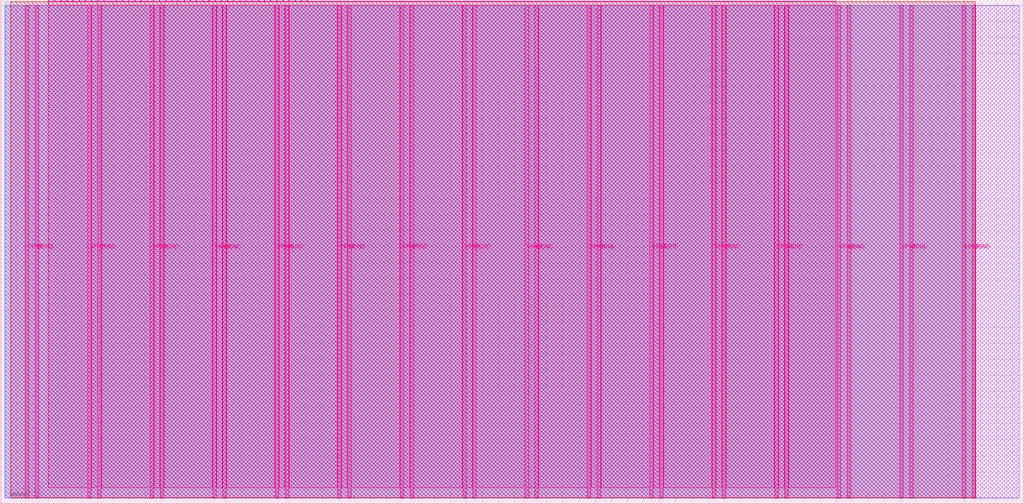
<source format=lef>
VERSION 5.7 ;
  NOWIREEXTENSIONATPIN ON ;
  DIVIDERCHAR "/" ;
  BUSBITCHARS "[]" ;
MACRO tt_um_larva
  CLASS BLOCK ;
  FOREIGN tt_um_larva ;
  ORIGIN 0.000 0.000 ;
  SIZE 636.960 BY 313.740 ;
  PIN VGND
    DIRECTION INOUT ;
    USE GROUND ;
    PORT
      LAYER Metal5 ;
        RECT 21.580 3.560 23.780 310.180 ;
    END
    PORT
      LAYER Metal5 ;
        RECT 60.450 3.560 62.650 310.180 ;
    END
    PORT
      LAYER Metal5 ;
        RECT 99.320 3.560 101.520 310.180 ;
    END
    PORT
      LAYER Metal5 ;
        RECT 138.190 3.560 140.390 310.180 ;
    END
    PORT
      LAYER Metal5 ;
        RECT 177.060 3.560 179.260 310.180 ;
    END
    PORT
      LAYER Metal5 ;
        RECT 215.930 3.560 218.130 310.180 ;
    END
    PORT
      LAYER Metal5 ;
        RECT 254.800 3.560 257.000 310.180 ;
    END
    PORT
      LAYER Metal5 ;
        RECT 293.670 3.560 295.870 310.180 ;
    END
    PORT
      LAYER Metal5 ;
        RECT 332.540 3.560 334.740 310.180 ;
    END
    PORT
      LAYER Metal5 ;
        RECT 371.410 3.560 373.610 310.180 ;
    END
    PORT
      LAYER Metal5 ;
        RECT 410.280 3.560 412.480 310.180 ;
    END
    PORT
      LAYER Metal5 ;
        RECT 449.150 3.560 451.350 310.180 ;
    END
    PORT
      LAYER Metal5 ;
        RECT 488.020 3.560 490.220 310.180 ;
    END
    PORT
      LAYER Metal5 ;
        RECT 526.890 3.560 529.090 310.180 ;
    END
    PORT
      LAYER Metal5 ;
        RECT 565.760 3.560 567.960 310.180 ;
    END
    PORT
      LAYER Metal5 ;
        RECT 604.630 3.560 606.830 310.180 ;
    END
  END VGND
  PIN VPWR
    DIRECTION INOUT ;
    USE POWER ;
    PORT
      LAYER Metal5 ;
        RECT 15.380 3.560 17.580 310.180 ;
    END
    PORT
      LAYER Metal5 ;
        RECT 54.250 3.560 56.450 310.180 ;
    END
    PORT
      LAYER Metal5 ;
        RECT 93.120 3.560 95.320 310.180 ;
    END
    PORT
      LAYER Metal5 ;
        RECT 131.990 3.560 134.190 310.180 ;
    END
    PORT
      LAYER Metal5 ;
        RECT 170.860 3.560 173.060 310.180 ;
    END
    PORT
      LAYER Metal5 ;
        RECT 209.730 3.560 211.930 310.180 ;
    END
    PORT
      LAYER Metal5 ;
        RECT 248.600 3.560 250.800 310.180 ;
    END
    PORT
      LAYER Metal5 ;
        RECT 287.470 3.560 289.670 310.180 ;
    END
    PORT
      LAYER Metal5 ;
        RECT 326.340 3.560 328.540 310.180 ;
    END
    PORT
      LAYER Metal5 ;
        RECT 365.210 3.560 367.410 310.180 ;
    END
    PORT
      LAYER Metal5 ;
        RECT 404.080 3.560 406.280 310.180 ;
    END
    PORT
      LAYER Metal5 ;
        RECT 442.950 3.560 445.150 310.180 ;
    END
    PORT
      LAYER Metal5 ;
        RECT 481.820 3.560 484.020 310.180 ;
    END
    PORT
      LAYER Metal5 ;
        RECT 520.690 3.560 522.890 310.180 ;
    END
    PORT
      LAYER Metal5 ;
        RECT 559.560 3.560 561.760 310.180 ;
    END
    PORT
      LAYER Metal5 ;
        RECT 598.430 3.560 600.630 310.180 ;
    END
  END VPWR
  PIN clk
    DIRECTION INPUT ;
    USE SIGNAL ;
    ANTENNAGATEAREA 0.426400 ;
    PORT
      LAYER Metal5 ;
        RECT 187.050 312.740 187.350 313.740 ;
    END
  END clk
  PIN ena
    DIRECTION INPUT ;
    USE SIGNAL ;
    PORT
      LAYER Metal5 ;
        RECT 190.890 312.740 191.190 313.740 ;
    END
  END ena
  PIN rst_n
    DIRECTION INPUT ;
    USE SIGNAL ;
    ANTENNAGATEAREA 0.213200 ;
    PORT
      LAYER Metal5 ;
        RECT 183.210 312.740 183.510 313.740 ;
    END
  END rst_n
  PIN ui_in[0]
    DIRECTION INPUT ;
    USE SIGNAL ;
    ANTENNAGATEAREA 0.527800 ;
    PORT
      LAYER Metal5 ;
        RECT 179.370 312.740 179.670 313.740 ;
    END
  END ui_in[0]
  PIN ui_in[1]
    DIRECTION INPUT ;
    USE SIGNAL ;
    ANTENNAGATEAREA 0.213200 ;
    PORT
      LAYER Metal5 ;
        RECT 175.530 312.740 175.830 313.740 ;
    END
  END ui_in[1]
  PIN ui_in[2]
    DIRECTION INPUT ;
    USE SIGNAL ;
    ANTENNAGATEAREA 0.213200 ;
    PORT
      LAYER Metal5 ;
        RECT 171.690 312.740 171.990 313.740 ;
    END
  END ui_in[2]
  PIN ui_in[3]
    DIRECTION INPUT ;
    USE SIGNAL ;
    ANTENNAGATEAREA 0.213200 ;
    PORT
      LAYER Metal5 ;
        RECT 167.850 312.740 168.150 313.740 ;
    END
  END ui_in[3]
  PIN ui_in[4]
    DIRECTION INPUT ;
    USE SIGNAL ;
    ANTENNAGATEAREA 0.213200 ;
    PORT
      LAYER Metal5 ;
        RECT 164.010 312.740 164.310 313.740 ;
    END
  END ui_in[4]
  PIN ui_in[5]
    DIRECTION INPUT ;
    USE SIGNAL ;
    ANTENNAGATEAREA 0.180700 ;
    PORT
      LAYER Metal5 ;
        RECT 160.170 312.740 160.470 313.740 ;
    END
  END ui_in[5]
  PIN ui_in[6]
    DIRECTION INPUT ;
    USE SIGNAL ;
    ANTENNAGATEAREA 0.180700 ;
    PORT
      LAYER Metal5 ;
        RECT 156.330 312.740 156.630 313.740 ;
    END
  END ui_in[6]
  PIN ui_in[7]
    DIRECTION INPUT ;
    USE SIGNAL ;
    ANTENNAGATEAREA 0.180700 ;
    PORT
      LAYER Metal5 ;
        RECT 152.490 312.740 152.790 313.740 ;
    END
  END ui_in[7]
  PIN uio_in[0]
    DIRECTION INPUT ;
    USE SIGNAL ;
    ANTENNAGATEAREA 0.180700 ;
    PORT
      LAYER Metal5 ;
        RECT 148.650 312.740 148.950 313.740 ;
    END
  END uio_in[0]
  PIN uio_in[1]
    DIRECTION INPUT ;
    USE SIGNAL ;
    ANTENNAGATEAREA 0.180700 ;
    PORT
      LAYER Metal5 ;
        RECT 144.810 312.740 145.110 313.740 ;
    END
  END uio_in[1]
  PIN uio_in[2]
    DIRECTION INPUT ;
    USE SIGNAL ;
    ANTENNAGATEAREA 0.180700 ;
    PORT
      LAYER Metal5 ;
        RECT 140.970 312.740 141.270 313.740 ;
    END
  END uio_in[2]
  PIN uio_in[3]
    DIRECTION INPUT ;
    USE SIGNAL ;
    ANTENNAGATEAREA 0.180700 ;
    PORT
      LAYER Metal5 ;
        RECT 137.130 312.740 137.430 313.740 ;
    END
  END uio_in[3]
  PIN uio_in[4]
    DIRECTION INPUT ;
    USE SIGNAL ;
    ANTENNAGATEAREA 0.180700 ;
    PORT
      LAYER Metal5 ;
        RECT 133.290 312.740 133.590 313.740 ;
    END
  END uio_in[4]
  PIN uio_in[5]
    DIRECTION INPUT ;
    USE SIGNAL ;
    ANTENNAGATEAREA 0.180700 ;
    PORT
      LAYER Metal5 ;
        RECT 129.450 312.740 129.750 313.740 ;
    END
  END uio_in[5]
  PIN uio_in[6]
    DIRECTION INPUT ;
    USE SIGNAL ;
    ANTENNAGATEAREA 0.180700 ;
    PORT
      LAYER Metal5 ;
        RECT 125.610 312.740 125.910 313.740 ;
    END
  END uio_in[6]
  PIN uio_in[7]
    DIRECTION INPUT ;
    USE SIGNAL ;
    ANTENNAGATEAREA 0.180700 ;
    PORT
      LAYER Metal5 ;
        RECT 121.770 312.740 122.070 313.740 ;
    END
  END uio_in[7]
  PIN uio_oe[0]
    DIRECTION OUTPUT ;
    USE SIGNAL ;
    ANTENNADIFFAREA 0.654800 ;
    PORT
      LAYER Metal5 ;
        RECT 56.490 312.740 56.790 313.740 ;
    END
  END uio_oe[0]
  PIN uio_oe[1]
    DIRECTION OUTPUT ;
    USE SIGNAL ;
    ANTENNADIFFAREA 0.654800 ;
    PORT
      LAYER Metal5 ;
        RECT 52.650 312.740 52.950 313.740 ;
    END
  END uio_oe[1]
  PIN uio_oe[2]
    DIRECTION OUTPUT ;
    USE SIGNAL ;
    ANTENNADIFFAREA 0.654800 ;
    PORT
      LAYER Metal5 ;
        RECT 48.810 312.740 49.110 313.740 ;
    END
  END uio_oe[2]
  PIN uio_oe[3]
    DIRECTION OUTPUT ;
    USE SIGNAL ;
    ANTENNADIFFAREA 0.654800 ;
    PORT
      LAYER Metal5 ;
        RECT 44.970 312.740 45.270 313.740 ;
    END
  END uio_oe[3]
  PIN uio_oe[4]
    DIRECTION OUTPUT ;
    USE SIGNAL ;
    ANTENNADIFFAREA 0.654800 ;
    PORT
      LAYER Metal5 ;
        RECT 41.130 312.740 41.430 313.740 ;
    END
  END uio_oe[4]
  PIN uio_oe[5]
    DIRECTION OUTPUT ;
    USE SIGNAL ;
    ANTENNADIFFAREA 0.654800 ;
    PORT
      LAYER Metal5 ;
        RECT 37.290 312.740 37.590 313.740 ;
    END
  END uio_oe[5]
  PIN uio_oe[6]
    DIRECTION OUTPUT ;
    USE SIGNAL ;
    ANTENNADIFFAREA 0.654800 ;
    PORT
      LAYER Metal5 ;
        RECT 33.450 312.740 33.750 313.740 ;
    END
  END uio_oe[6]
  PIN uio_oe[7]
    DIRECTION OUTPUT ;
    USE SIGNAL ;
    ANTENNAGATEAREA 1.264900 ;
    ANTENNADIFFAREA 0.706800 ;
    PORT
      LAYER Metal5 ;
        RECT 29.610 312.740 29.910 313.740 ;
    END
  END uio_oe[7]
  PIN uio_out[0]
    DIRECTION OUTPUT ;
    USE SIGNAL ;
    ANTENNAGATEAREA 0.279000 ;
    ANTENNADIFFAREA 0.677200 ;
    PORT
      LAYER Metal5 ;
        RECT 87.210 312.740 87.510 313.740 ;
    END
  END uio_out[0]
  PIN uio_out[1]
    DIRECTION OUTPUT ;
    USE SIGNAL ;
    ANTENNAGATEAREA 0.279000 ;
    ANTENNADIFFAREA 0.677200 ;
    PORT
      LAYER Metal5 ;
        RECT 83.370 312.740 83.670 313.740 ;
    END
  END uio_out[1]
  PIN uio_out[2]
    DIRECTION OUTPUT ;
    USE SIGNAL ;
    ANTENNAGATEAREA 0.279000 ;
    ANTENNADIFFAREA 0.677200 ;
    PORT
      LAYER Metal5 ;
        RECT 79.530 312.740 79.830 313.740 ;
    END
  END uio_out[2]
  PIN uio_out[3]
    DIRECTION OUTPUT ;
    USE SIGNAL ;
    ANTENNAGATEAREA 0.279000 ;
    ANTENNADIFFAREA 0.677200 ;
    PORT
      LAYER Metal5 ;
        RECT 75.690 312.740 75.990 313.740 ;
    END
  END uio_out[3]
  PIN uio_out[4]
    DIRECTION OUTPUT ;
    USE SIGNAL ;
    ANTENNAGATEAREA 0.279000 ;
    ANTENNADIFFAREA 1.023000 ;
    PORT
      LAYER Metal5 ;
        RECT 71.850 312.740 72.150 313.740 ;
    END
  END uio_out[4]
  PIN uio_out[5]
    DIRECTION OUTPUT ;
    USE SIGNAL ;
    ANTENNAGATEAREA 0.279000 ;
    ANTENNADIFFAREA 1.023000 ;
    PORT
      LAYER Metal5 ;
        RECT 68.010 312.740 68.310 313.740 ;
    END
  END uio_out[5]
  PIN uio_out[6]
    DIRECTION OUTPUT ;
    USE SIGNAL ;
    ANTENNAGATEAREA 0.241800 ;
    ANTENNADIFFAREA 0.677200 ;
    PORT
      LAYER Metal5 ;
        RECT 64.170 312.740 64.470 313.740 ;
    END
  END uio_out[6]
  PIN uio_out[7]
    DIRECTION OUTPUT ;
    USE SIGNAL ;
    ANTENNAGATEAREA 0.241800 ;
    ANTENNADIFFAREA 0.677200 ;
    PORT
      LAYER Metal5 ;
        RECT 60.330 312.740 60.630 313.740 ;
    END
  END uio_out[7]
  PIN uo_out[0]
    DIRECTION OUTPUT ;
    USE SIGNAL ;
    ANTENNADIFFAREA 0.651000 ;
    PORT
      LAYER Metal5 ;
        RECT 117.930 312.740 118.230 313.740 ;
    END
  END uo_out[0]
  PIN uo_out[1]
    DIRECTION OUTPUT ;
    USE SIGNAL ;
    ANTENNAGATEAREA 0.279000 ;
    ANTENNADIFFAREA 1.008100 ;
    PORT
      LAYER Metal5 ;
        RECT 114.090 312.740 114.390 313.740 ;
    END
  END uo_out[1]
  PIN uo_out[2]
    DIRECTION OUTPUT ;
    USE SIGNAL ;
    ANTENNAGATEAREA 0.241800 ;
    ANTENNADIFFAREA 0.677200 ;
    PORT
      LAYER Metal5 ;
        RECT 110.250 312.740 110.550 313.740 ;
    END
  END uo_out[2]
  PIN uo_out[3]
    DIRECTION OUTPUT ;
    USE SIGNAL ;
    ANTENNADIFFAREA 0.706800 ;
    PORT
      LAYER Metal5 ;
        RECT 106.410 312.740 106.710 313.740 ;
    END
  END uo_out[3]
  PIN uo_out[4]
    DIRECTION OUTPUT ;
    USE SIGNAL ;
    ANTENNAGATEAREA 0.279000 ;
    ANTENNADIFFAREA 1.023000 ;
    PORT
      LAYER Metal5 ;
        RECT 102.570 312.740 102.870 313.740 ;
    END
  END uo_out[4]
  PIN uo_out[5]
    DIRECTION OUTPUT ;
    USE SIGNAL ;
    ANTENNAGATEAREA 0.279000 ;
    ANTENNADIFFAREA 0.677200 ;
    PORT
      LAYER Metal5 ;
        RECT 98.730 312.740 99.030 313.740 ;
    END
  END uo_out[5]
  PIN uo_out[6]
    DIRECTION OUTPUT ;
    USE SIGNAL ;
    ANTENNADIFFAREA 0.654800 ;
    PORT
      LAYER Metal5 ;
        RECT 94.890 312.740 95.190 313.740 ;
    END
  END uo_out[6]
  PIN uo_out[7]
    DIRECTION OUTPUT ;
    USE SIGNAL ;
    ANTENNAGATEAREA 0.241800 ;
    ANTENNADIFFAREA 1.008100 ;
    PORT
      LAYER Metal5 ;
        RECT 91.050 312.740 91.350 313.740 ;
    END
  END uo_out[7]
  OBS
      LAYER GatPoly ;
        RECT 2.880 3.630 634.080 310.110 ;
      LAYER Metal1 ;
        RECT 2.880 3.560 634.080 310.180 ;
      LAYER Metal2 ;
        RECT 2.605 3.680 606.695 310.060 ;
      LAYER Metal3 ;
        RECT 2.780 3.635 606.650 312.625 ;
      LAYER Metal4 ;
        RECT 6.095 3.680 606.695 312.580 ;
      LAYER Metal5 ;
        RECT 30.120 312.530 33.240 312.740 ;
        RECT 33.960 312.530 37.080 312.740 ;
        RECT 37.800 312.530 40.920 312.740 ;
        RECT 41.640 312.530 44.760 312.740 ;
        RECT 45.480 312.530 48.600 312.740 ;
        RECT 49.320 312.530 52.440 312.740 ;
        RECT 53.160 312.530 56.280 312.740 ;
        RECT 57.000 312.530 60.120 312.740 ;
        RECT 60.840 312.530 63.960 312.740 ;
        RECT 64.680 312.530 67.800 312.740 ;
        RECT 68.520 312.530 71.640 312.740 ;
        RECT 72.360 312.530 75.480 312.740 ;
        RECT 76.200 312.530 79.320 312.740 ;
        RECT 80.040 312.530 83.160 312.740 ;
        RECT 83.880 312.530 87.000 312.740 ;
        RECT 87.720 312.530 90.840 312.740 ;
        RECT 91.560 312.530 94.680 312.740 ;
        RECT 95.400 312.530 98.520 312.740 ;
        RECT 99.240 312.530 102.360 312.740 ;
        RECT 103.080 312.530 106.200 312.740 ;
        RECT 106.920 312.530 110.040 312.740 ;
        RECT 110.760 312.530 113.880 312.740 ;
        RECT 114.600 312.530 117.720 312.740 ;
        RECT 118.440 312.530 121.560 312.740 ;
        RECT 122.280 312.530 125.400 312.740 ;
        RECT 126.120 312.530 129.240 312.740 ;
        RECT 129.960 312.530 133.080 312.740 ;
        RECT 133.800 312.530 136.920 312.740 ;
        RECT 137.640 312.530 140.760 312.740 ;
        RECT 141.480 312.530 144.600 312.740 ;
        RECT 145.320 312.530 148.440 312.740 ;
        RECT 149.160 312.530 152.280 312.740 ;
        RECT 153.000 312.530 156.120 312.740 ;
        RECT 156.840 312.530 159.960 312.740 ;
        RECT 160.680 312.530 163.800 312.740 ;
        RECT 164.520 312.530 167.640 312.740 ;
        RECT 168.360 312.530 171.480 312.740 ;
        RECT 172.200 312.530 175.320 312.740 ;
        RECT 176.040 312.530 179.160 312.740 ;
        RECT 179.880 312.530 183.000 312.740 ;
        RECT 183.720 312.530 186.840 312.740 ;
        RECT 187.560 312.530 190.680 312.740 ;
        RECT 191.400 312.530 519.940 312.740 ;
        RECT 29.660 310.390 519.940 312.530 ;
        RECT 29.660 9.935 54.040 310.390 ;
        RECT 56.660 9.935 60.240 310.390 ;
        RECT 62.860 9.935 92.910 310.390 ;
        RECT 95.530 9.935 99.110 310.390 ;
        RECT 101.730 9.935 131.780 310.390 ;
        RECT 134.400 9.935 137.980 310.390 ;
        RECT 140.600 9.935 170.650 310.390 ;
        RECT 173.270 9.935 176.850 310.390 ;
        RECT 179.470 9.935 209.520 310.390 ;
        RECT 212.140 9.935 215.720 310.390 ;
        RECT 218.340 9.935 248.390 310.390 ;
        RECT 251.010 9.935 254.590 310.390 ;
        RECT 257.210 9.935 287.260 310.390 ;
        RECT 289.880 9.935 293.460 310.390 ;
        RECT 296.080 9.935 326.130 310.390 ;
        RECT 328.750 9.935 332.330 310.390 ;
        RECT 334.950 9.935 365.000 310.390 ;
        RECT 367.620 9.935 371.200 310.390 ;
        RECT 373.820 9.935 403.870 310.390 ;
        RECT 406.490 9.935 410.070 310.390 ;
        RECT 412.690 9.935 442.740 310.390 ;
        RECT 445.360 9.935 448.940 310.390 ;
        RECT 451.560 9.935 481.610 310.390 ;
        RECT 484.230 9.935 487.810 310.390 ;
        RECT 490.430 9.935 519.940 310.390 ;
  END
END tt_um_larva
END LIBRARY


</source>
